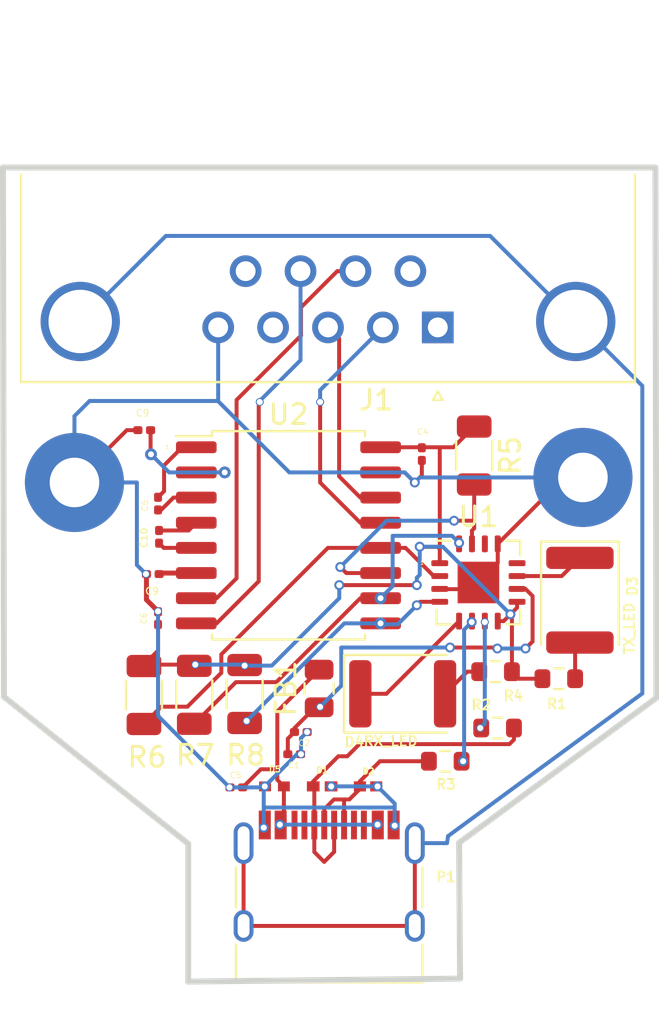
<source format=kicad_pcb>
(kicad_pcb (version 20221018) (generator pcbnew)
  (layers (0 "F.Cu" signal) (31 "B.Cu" signal) (34 "B.Paste" user) (35 "F.Paste" user) (36 "B.SilkS" user "B.Silkscreen") (37 "F.SilkS" user "F.Silkscreen") (38 "B.Mask" user) (39 "F.Mask" user) (44 "Edge.Cuts" user))
  (net 0 "")
  (net 1 "/VCC")
  (net 2 "GND")
  (net 3 "/D-")
  (net 4 "/D+")
  (net 5 "/VCC_USB")
  (net 6 "/3.3V")
  (net 7 "Net-(U2-C1+)")
  (net 8 "Net-(U2-C1-)")
  (net 9 "Net-(U2-VS-)")
  (net 10 "Net-(U2-C2+)")
  (net 11 "Net-(U2-C2-)")
  (net 12 "Net-(U2-VS+)")
  (net 13 "Net-(D3-A)")
  (net 14 "/TX_LED")
  (net 15 "Net-(D4-A)")
  (net 16 "/RX_LED")
  (net 17 "/SHIELD")
  (net 19 "/R1IN")
  (net 20 "/T1OUT")
  (net 23 "/T2OUT")
  (net 24 "/R2IN")
  (net 28 "Net-(U1-USBDM)")
  (net 29 "Net-(U1-USBDP)")
  (net 30 "/TXD")
  (net 31 "/RXD")
  (net 32 "/RTS")
  (net 33 "/CTS")
  (footprint "Resistor_SMD:R_0603_1608Metric" (layer "F.Cu") (at 115.7224 80.01)
    (fp_text reference "R1" (at -0.1016 1.27) (layer "F.SilkS") (effects (font (size 0.5 0.5) (thickness 0.1) bold)))
    (fp_text value "270E" hide)
    (fp_line (start -0.237258 -0.5225) (end 0.237258 -0.5225) (stroke (width 0.12)) (layer "F.SilkS"))
    (fp_line (start -0.237258 0.5225) (end 0.237258 0.5225) (stroke (width 0.12)) (layer "F.SilkS"))
    (pad "1" smd roundrect (at -0.825 0) (size 0.8 0.95) (layers "F.Cu" "F.Paste" "F.Mask") (net 6 "/3.3V"))
    (pad "2" smd roundrect (at 0.825 0) (size 0.8 0.95) (layers "F.Cu" "F.Paste" "F.Mask") (net 13 "Net-(D3-A)"))
  )
  (footprint "Capacitor_SMD:C_0201_0603Metric" (layer "F.Cu") (at 106.114 85.4456)
    (fp_text reference "D2" (at 0 -0.762) (layer "F.SilkS") (effects (font (size 0.3 0.3) (thickness 0.075))))
    (fp_text value "TPD1E05U06DPYR" hide)
    (pad "1" smd rect (at -0.425 0) (size 0.61 0.51) (layers "F.Cu" "F.Mask") (net 4 "/D+"))
    (pad "2" smd rect (at 0.4 0) (size 0.61 0.51) (layers "F.Cu" "F.Mask") (net 2 "GND"))
  )
  (footprint "Resistor_SMD:R_0603_1608Metric" (layer "F.Cu") (at 109.9942 84.1756 180)
    (fp_text reference "R3" (at -0.0386 -1.1684) (layer "F.SilkS") (effects (font (size 0.5 0.5) (thickness 0.1) bold)))
    (fp_text value "27E" hide)
    (fp_line (start -0.237258 -0.5225) (end 0.237258 -0.5225) (stroke (width 0.12)) (layer "F.SilkS"))
    (fp_line (start -0.237258 0.5225) (end 0.237258 0.5225) (stroke (width 0.12)) (layer "F.SilkS"))
    (pad "1" smd roundrect (at -0.825 0 180) (size 0.8 0.95) (layers "F.Cu" "F.Paste" "F.Mask") (net 29 "Net-(U1-USBDP)"))
    (pad "2" smd roundrect (at 0.825 0 180) (size 0.8 0.95) (layers "F.Cu" "F.Paste" "F.Mask") (net 4 "/D+"))
  )
  (footprint "MountingHole:MountingHole_2.5mm_Pad" (layer "F.Cu") (at 116.9416 69.85)
    (fp_text reference "H2" hide)
    (fp_text value "MountingHole_Pad" hide)
    (pad "1" thru_hole circle (at 0 0) (size 5 5) (drill 2.5) (layers "*.Cu" "*.Mask") (net 2 "GND"))
  )
  (footprint "LED_SMD:LED_1812_4532Metric" (layer "F.Cu") (at 107.8484 80.772)
    (fp_text reference "D4" (at -2.4384 2.4384) (layer "F.SilkS") (effects (font (size 0.5 0.5) (thickness 0.1))))
    (fp_text value "RX_LED" (at -0.6096 2.3876) (layer "F.SilkS") (effects (font (size 0.5 0.5) (thickness 0.1) bold)))
    (fp_line (start -2.96 -1.96) (end -2.96 1.96) (stroke (width 0.12)) (layer "F.SilkS"))
    (fp_line (start -2.96 1.96) (end 2.25 1.96) (stroke (width 0.12)) (layer "F.SilkS"))
    (fp_line (start 2.25 -1.96) (end -2.96 -1.96) (stroke (width 0.12)) (layer "F.SilkS"))
    (pad "1" smd roundrect (at -2.1375 0) (size 1.125 3.4) (layers "F.Cu" "F.Paste" "F.Mask") (roundrect_rratio 0.222222) (net 16 "/RX_LED"))
    (pad "2" smd roundrect (at 2.1375 0) (size 1.125 3.4) (layers "F.Cu" "F.Paste" "F.Mask") (roundrect_rratio 0.222222) (net 15 "Net-(D4-A)"))
  )
  (footprint "Capacitor_SMD:C_0201_0603Metric" (layer "F.Cu") (at 95.504 76.9514 90)
    (fp_text reference "C6" (at -0.0106 -0.7112 90) (layer "F.SilkS") (effects (font (size 0.3 0.3) (thickness 0.0375))))
    (fp_text value "0.1uF" hide)
    (pad "1" smd roundrect (at -0.32 0 90) (size 0.46 0.4) (layers "F.Cu" "F.Mask") (net 6 "/3.3V"))
    (pad "2" smd roundrect (at 0.32 0 90) (size 0.46 0.4) (layers "F.Cu" "F.Mask") (net 2 "GND"))
  )
  (footprint "LED_SMD:LED_1812_4532Metric" (layer "F.Cu") (at 116.7892 76.0476 -90)
    (fp_text reference "D3" (at -0.7112 -2.6416 90) (layer "F.SilkS") (effects (font (size 0.5 0.5) (thickness 0.1) bold)))
    (fp_text value "TX_LED" (at 1.4263 -2.4892 90) (layer "F.SilkS") (effects (font (size 0.5 0.5) (thickness 0.1))))
    (fp_line (start -2.96 -1.96) (end -2.96 1.96) (stroke (width 0.12)) (layer "F.SilkS"))
    (fp_line (start -2.96 1.96) (end 2.25 1.96) (stroke (width 0.12)) (layer "F.SilkS"))
    (fp_line (start 2.25 -1.96) (end -2.96 -1.96) (stroke (width 0.12)) (layer "F.SilkS"))
    (pad "1" smd roundrect (at -2.1375 0 270) (size 1.125 3.4) (layers "F.Cu" "F.Paste" "F.Mask") (roundrect_rratio 0.222222) (net 14 "/TX_LED"))
    (pad "2" smd roundrect (at 2.1375 0 270) (size 1.125 3.4) (layers "F.Cu" "F.Paste" "F.Mask") (roundrect_rratio 0.222222) (net 13 "Net-(D3-A)"))
  )
  (footprint "Capacitor_SMD:C_0201_0603Metric" (layer "F.Cu") (at 101.379 85.4456 180)
    (fp_text reference "D5" (at -0.0178 0.8636) (layer "F.SilkS") (effects (font (size 0.3 0.3) (thickness 0.0625))))
    (fp_text value "TPD1E10B06DPYR" hide)
    (pad "1" smd rect (at -0.475 0 180) (size 0.6 0.5) (layers "F.Cu" "F.Mask") (net 5 "/VCC_USB"))
    (pad "2" smd rect (at 0.475 0 270) (size 0.5 0.6) (layers "F.Cu" "F.Mask") (net 2 "GND"))
  )
  (footprint "Resistor_SMD:R_1206_3216Metric" (layer "F.Cu") (at 99.8728 80.7827 -90)
    (fp_text reference "R8" (at 3.0881 -0.0508 -180) (layer "F.SilkS"))
    (fp_text value "10K" hide)
    (fp_line (start -0.727064 -0.91) (end 0.727064 -0.91) (stroke (width 0.12)) (layer "F.SilkS"))
    (fp_line (start -0.727064 0.91) (end 0.727064 0.91) (stroke (width 0.12)) (layer "F.SilkS"))
    (pad "1" smd roundrect (at -1.4625 0 270) (size 1.125 1.75) (layers "F.Cu" "F.Paste" "F.Mask") (roundrect_rratio 0.222222) (net 6 "/3.3V"))
    (pad "2" smd roundrect (at 1.4625 0 270) (size 1.125 1.75) (layers "F.Cu" "F.Paste" "F.Mask") (roundrect_rratio 0.222222) (net 33 "/CTS"))
  )
  (footprint "Capacitor_SMD:C_0201_0603Metric" (layer "F.Cu") (at 99.4558 85.4964 180)
    (fp_text reference "C3" hide)
    (fp_text value "10nF" hide)
    (pad "1" smd roundrect (at -0.32 0 180) (size 0.46 0.4) (layers "F.Cu" "F.Mask") (net 5 "/VCC_USB"))
    (pad "2" smd roundrect (at 0.32 0 180) (size 0.46 0.4) (layers "F.Cu" "F.Mask") (net 2 "GND"))
  )
  (footprint "Resistor_SMD:R_0603_1608Metric" (layer "F.Cu") (at 112.5342 79.6544 180)
    (fp_text reference "R4" (at -0.9022 -1.2192) (layer "F.SilkS") (effects (font (size 0.5 0.5) (thickness 0.1) bold)))
    (fp_text value "270E" hide)
    (fp_line (start -0.237258 -0.5225) (end 0.237258 -0.5225) (stroke (width 0.12)) (layer "F.SilkS"))
    (fp_line (start -0.237258 0.5225) (end 0.237258 0.5225) (stroke (width 0.12)) (layer "F.SilkS"))
    (pad "1" smd roundrect (at -0.825 0 180) (size 0.8 0.95) (layers "F.Cu" "F.Paste" "F.Mask") (net 6 "/3.3V"))
    (pad "2" smd roundrect (at 0.825 0 180) (size 0.8 0.95) (layers "F.Cu" "F.Paste" "F.Mask") (net 15 "Net-(D4-A)"))
  )
  (footprint "Connector_Dsub:DSUB-9_Male_Horizontal_P2.77x2.84mm_EdgePinOffset4.94mm_Housed_MountingHolesOffset7.48mm" (layer "F.Cu") (at 109.6186 62.276 180)
    (fp_text reference "J1" (at 3.1116 -3.6624) (layer "F.SilkS"))
    (fp_text value "DE9_Plug_MountingHoles")
    (fp_line (start -9.945 -2.76) (end 21.025 -2.76) (stroke (width 0.12)) (layer "F.SilkS"))
    (fp_line (start -9.945 7.72) (end -9.945 -2.76) (stroke (width 0.12)) (layer "F.SilkS"))
    (fp_line (start -0.25 -3.654338) (end 0.25 -3.654338) (stroke (width 0.12)) (layer "F.SilkS"))
    (fp_line (start 0 -3.221325) (end -0.25 -3.654338) (stroke (width 0.12)) (layer "F.SilkS"))
    (fp_line (start 0.25 -3.654338) (end 0 -3.221325) (stroke (width 0.12)) (layer "F.SilkS"))
    (fp_line (start 21.025 -2.76) (end 21.025 7.72) (stroke (width 0.12)) (layer "F.SilkS"))
    (pad "0" thru_hole circle (at -6.96 0.3 180) (size 4 4) (drill 3.2) (layers "*.Cu" "*.Mask") (net 17 "/SHIELD"))
    (pad "0" thru_hole circle (at 18.04 0.3 180) (size 4 4) (drill 3.2) (layers "*.Cu" "*.Mask") (net 17 "/SHIELD"))
    (pad "1" thru_hole rect (at 0 0 180) (size 1.6 1.6) (drill 1) (layers "*.Cu" "*.Mask"))
    (pad "2" thru_hole circle (at 2.77 0 180) (size 1.6 1.6) (drill 1) (layers "*.Cu" "*.Mask") (net 19 "/R1IN"))
    (pad "3" thru_hole circle (at 5.54 0 180) (size 1.6 1.6) (drill 1) (layers "*.Cu" "*.Mask") (net 20 "/T1OUT"))
    (pad "4" thru_hole circle (at 8.31 0 180) (size 1.6 1.6) (drill 1) (layers "*.Cu" "*.Mask"))
    (pad "5" thru_hole circle (at 11.08 0 180) (size 1.6 1.6) (drill 1) (layers "*.Cu" "*.Mask") (net 2 "GND"))
    (pad "6" thru_hole circle (at 1.385 2.84 180) (size 1.6 1.6) (drill 1) (layers "*.Cu" "*.Mask"))
    (pad "7" thru_hole circle (at 4.155 2.84 180) (size 1.6 1.6) (drill 1) (layers "*.Cu" "*.Mask") (net 23 "/T2OUT"))
    (pad "8" thru_hole circle (at 6.925 2.84 180) (size 1.6 1.6) (drill 1) (layers "*.Cu" "*.Mask") (net 24 "/R2IN"))
    (pad "9" thru_hole circle (at 9.695 2.84 180) (size 1.6 1.6) (drill 1) (layers "*.Cu" "*.Mask"))
  )
  (footprint "Capacitor_SMD:C_0201_0603Metric" (layer "F.Cu") (at 102.707 82.7024)
    (fp_text reference "C2" (at 0.163 0.5588) (layer "F.SilkS") (effects (font (size 0.3 0.3) (thickness 0.0375))))
    (fp_text value "100nF" hide)
    (pad "1" smd roundrect (at -0.32 0) (size 0.46 0.4) (layers "F.Cu" "F.Mask") (net 1 "/VCC"))
    (pad "2" smd roundrect (at 0.32 0) (size 0.46 0.4) (layers "F.Cu" "F.Mask") (net 2 "GND"))
  )
  (footprint "Capacitor_SMD:C_0201_0603Metric" (layer "F.Cu") (at 108.8136 68.671 -90)
    (fp_text reference "C4" (at -1.1282 -0.0508 -180) (layer "F.SilkS") (effects (font (size 0.3 0.3) (thickness 0.0375))))
    (fp_text value "100nF" hide)
    (pad "1" smd roundrect (at -0.32 0 270) (size 0.46 0.4) (layers "F.Cu" "F.Mask") (net 6 "/3.3V"))
    (pad "2" smd roundrect (at 0.32 0 270) (size 0.46 0.4) (layers "F.Cu" "F.Mask") (net 2 "GND"))
  )
  (footprint "Capacitor_SMD:C_0201_0603Metric" (layer "F.Cu") (at 102.3726 83.82)
    (fp_text reference "C1" (at -0.0106 0.5588) (layer "F.SilkS") (effects (font (size 0.3 0.3) (thickness 0.0375))))
    (fp_text value "100nF" hide)
    (pad "1" smd roundrect (at -0.32 0) (size 0.46 0.4) (layers "F.Cu" "F.Mask") (net 1 "/VCC"))
    (pad "2" smd roundrect (at 0.32 0) (size 0.46 0.4) (layers "F.Cu" "F.Mask") (net 2 "GND"))
  )
  (footprint "Resistor_SMD:R_1206_3216Metric" (layer "F.Cu") (at 94.7928 80.8335 -90)
    (fp_text reference "R6" (at 3.1389 -0.1524 -180) (layer "F.SilkS"))
    (fp_text value "10K" hide)
    (fp_line (start -0.727064 -0.91) (end 0.727064 -0.91) (stroke (width 0.12)) (layer "F.SilkS"))
    (fp_line (start -0.727064 0.91) (end 0.727064 0.91) (stroke (width 0.12)) (layer "F.SilkS"))
    (pad "1" smd roundrect (at -1.4625 0 270) (size 1.125 1.75) (layers "F.Cu" "F.Paste" "F.Mask") (roundrect_rratio 0.222222) (net 6 "/3.3V"))
    (pad "2" smd roundrect (at 1.4625 0 270) (size 1.125 1.75) (layers "F.Cu" "F.Paste" "F.Mask") (roundrect_rratio 0.222222) (net 31 "/RXD"))
  )
  (footprint "Capacitor_SMD:C_0201_0603Metric" (layer "F.Cu") (at 95.5548 72.8472 -90)
    (fp_text reference "C8" hide)
    (fp_text value "0.1uF" hide)
    (pad "1" smd roundrect (at -0.32 0 270) (size 0.46 0.4) (layers "F.Cu" "F.Mask") (net 10 "Net-(U2-C2+)"))
    (pad "2" smd roundrect (at 0.32 0 270) (size 0.46 0.4) (layers "F.Cu" "F.Mask") (net 11 "Net-(U2-C2-)"))
  )
  (footprint "Connector_USB:USB_C_Receptacle_HRO_TYPE-C-31-M-12" (layer "F.Cu") (at 104.14 91.44)
    (fp_text reference "P1" (at 5.8928 -1.4224) (layer "F.SilkS") (effects (font (size 0.5 0.5) (thickness 0.1) bold)))
    (fp_text value "USB_C_Plug_USB2.0")
    (fp_line (start -4.7 -1.9) (end -4.7 0.1) (stroke (width 0.12)) (layer "F.SilkS"))
    (fp_line (start -4.7 2) (end -4.7 3.9) (stroke (width 0.12)) (layer "F.SilkS"))
    (fp_line (start -4.7 3.9) (end 4.7 3.9) (stroke (width 0.12)) (layer "F.SilkS"))
    (fp_line (start 4.7 -1.9) (end 4.7 0.1) (stroke (width 0.12)) (layer "F.SilkS"))
    (fp_line (start 4.7 2) (end 4.7 3.9) (stroke (width 0.12)) (layer "F.SilkS"))
    (pad "" np_thru_hole circle (at -2.89 -2.6) (size 0.65 0.65) (drill 0.65) (layers "*.Cu" "*.Mask"))
    (pad "" np_thru_hole circle (at 2.89 -2.6) (size 0.65 0.65) (drill 0.65) (layers "*.Cu" "*.Mask"))
    (pad "A1" smd rect (at -3.25 -4.045) (size 0.6 1.45) (layers "F.Cu" "F.Paste" "F.Mask") (net 2 "GND"))
    (pad "A4" smd rect (at -2.45 -4.045) (size 0.6 1.45) (layers "F.Cu" "F.Paste" "F.Mask") (net 5 "/VCC_USB"))
    (pad "A5" smd rect (at -1.25 -4.045) (size 0.3 1.45) (layers "F.Cu" "F.Paste" "F.Mask"))
    (pad "A6" smd rect (at -0.25 -4.045) (size 0.3 1.45) (layers "F.Cu" "F.Paste" "F.Mask") (net 4 "/D+"))
    (pad "A7" smd rect (at 0.25 -4.045) (size 0.3 1.45) (layers "F.Cu" "F.Paste" "F.Mask") (net 3 "/D-"))
    (pad "A8" smd rect (at 1.25 -4.045) (size 0.3 1.45) (layers "F.Cu" "F.Paste" "F.Mask"))
    (pad "A9" smd rect (at 2.45 -4.045) (size 0.6 1.45) (layers "F.Cu" "F.Paste" "F.Mask") (net 5 "/VCC_USB"))
    (pad "A12" smd rect (at 3.25 -4.045) (size 0.6 1.45) (layers "F.Cu" "F.Paste" "F.Mask") (net 2 "GND"))
    (pad "B1" smd rect (at 3.25 -4.045) (size 0.6 1.45) (layers "F.Cu" "F.Paste" "F.Mask") (net 2 "GND"))
    (pad "B4" smd rect (at 2.45 -4.045) (size 0.6 1.45) (layers "F.Cu" "F.Paste" "F.Mask") (net 5 "/VCC_USB"))
    (pad "B5" smd rect (at 1.75 -4.045) (size 0.3 1.45) (layers "F.Cu" "F.Paste" "F.Mask"))
    (pad "B6" smd rect (at 0.75 -4.045) (size 0.3 1.45) (layers "F.Cu" "F.Paste" "F.Mask") (net 4 "/D+"))
    (pad "B7" smd rect (at -0.75 -4.045) (size 0.3 1.45) (layers "F.Cu" "F.Paste" "F.Mask") (net 3 "/D-"))
    (pad "B8" smd rect (at -1.75 -4.045) (size 0.3 1.45) (layers "F.Cu" "F.Paste" "F.Mask"))
    (pad "B9" smd rect (at -2.45 -4.045) (size 0.6 1.45) (layers "F.Cu" "F.Paste" "F.Mask") (net 5 "/VCC_USB"))
    (pad "B12" smd rect (at -3.25 -4.045) (size 0.6 1.45) (layers "F.Cu" "F.Paste" "F.Mask") (net 2 "GND"))
    (pad "S1" thru_hole oval (at -4.32 -3.13) (size 1 2.1) (drill oval 0.6 1.7) (layers "*.Cu" "*.Mask") (net 17 "/SHIELD"))
    (pad "S1" thru_hole oval (at -4.32 1.05) (size 1 1.6) (drill oval 0.6 1.2) (layers "*.Cu" "*.Mask") (net 17 "/SHIELD"))
    (pad "S1" thru_hole oval (at 4.32 -3.13) (size 1 2.1) (drill oval 0.6 1.7) (layers "*.Cu" "*.Mask") (net 17 "/SHIELD"))
    (pad "S1" thru_hole oval (at 4.32 1.05) (size 1 1.6) (drill oval 0.6 1.2) (layers "*.Cu" "*.Mask") (net 17 "/SHIELD"))
  )
  (footprint "Capacitor_SMD:C_0201_0603Metric" (layer "F.Cu") (at 103.7844 85.1456)
    (fp_text reference "D1" (at 0 -0.5128) (layer "F.SilkS") (effects (font (size 0.3 0.3) (thickness 0.075))))
    (fp_text value "TPD1E05U06DPYR" hide)
    (pad "1" smd rect (at -0.45 0.3) (size 0.64 0.51) (layers "F.Cu" "F.Mask") (net 3 "/D-"))
    (pad "2" smd rect (at 0.45 0.3) (size 0.64 0.51) (layers "F.Cu" "F.Mask") (net 2 "GND"))
  )
  (footprint "Capacitor_SMD:C_0201_0603Metric" (layer "F.Cu") (at 95.504 71.1708 -90)
    (fp_text reference "C5" (at 0.1016 0.6604 90) (layer "F.SilkS") (effects (font (size 0.3 0.3) (thickness 0.0375))))
    (fp_text value "0.1uF" hide)
    (pad "1" smd roundrect (at -0.32 0 270) (size 0.46 0.4) (layers "F.Cu" "F.Mask") (net 7 "Net-(U2-C1+)"))
    (pad "2" smd roundrect (at 0.32 0 270) (size 0.46 0.4) (layers "F.Cu" "F.Mask") (net 8 "Net-(U2-C1-)"))
  )
  (footprint "Capacitor_SMD:C_0201_0603Metric" (layer "F.Cu") (at 94.808 67.4624 180)
    (fp_text reference "C9" (at 0.0864 0.8636) (layer "F.SilkS") (effects (font (size 0.35 0.35) (thickness 0.04375))))
    (fp_text value "0.1uF" hide)
    (pad "1" smd roundrect (at -0.32 0 180) (size 0.46 0.4) (layers "F.Cu" "F.Mask") (net 12 "Net-(U2-VS+)"))
    (pad "2" smd roundrect (at 0.32 0 180) (size 0.46 0.4) (layers "F.Cu" "F.Mask") (net 2 "GND"))
  )
  (footprint "Resistor_SMD:R_1206_3216Metric" (layer "F.Cu") (at 111.4552 68.7431 -90)
    (fp_text reference "R5" (at 0 -1.82 90) (layer "F.SilkS"))
    (fp_text value "10K" hide)
    (fp_line (start -0.727064 -0.91) (end 0.727064 -0.91) (stroke (width 0.12)) (layer "F.SilkS"))
    (fp_line (start -0.727064 0.91) (end 0.727064 0.91) (stroke (width 0.12)) (layer "F.SilkS"))
    (pad "1" smd roundrect (at -1.4625 0 270) (size 1.125 1.75) (layers "F.Cu" "F.Paste" "F.Mask") (roundrect_rratio 0.222222) (net 6 "/3.3V"))
    (pad "2" smd roundrect (at 1.4625 0 270) (size 1.125 1.75) (layers "F.Cu" "F.Paste" "F.Mask") (roundrect_rratio 0.222222) (net 30 "/TXD"))
  )
  (footprint "Capacitor_SMD:C_0201_0603Metric" (layer "F.Cu") (at 95.2394 74.7268)
    (fp_text reference "C7" hide)
    (fp_text value "0.1uF" hide)
    (pad "1" smd roundrect (at -0.32 0) (size 0.46 0.4) (layers "F.Cu" "F.Mask") (net 2 "GND"))
    (pad "2" smd roundrect (at 0.32 0) (size 0.46 0.4) (layers "F.Cu" "F.Mask") (net 9 "Net-(U2-VS-)"))
  )
  (footprint "MountingHole:MountingHole_2.5mm_Pad" (layer "F.Cu") (at 91.2876 70.104)
    (fp_text reference "H1" hide)
    (fp_text value "MountingHole_Pad" hide)
    (pad "1" thru_hole circle (at 0 0) (size 5 5) (drill 2.5) (layers "*.Cu" "*.Mask") (net 2 "GND"))
  )
  (footprint "Capacitor_SMD:C_0805_2012Metric" (layer "F.Cu") (at 103.632 80.5028 90)
    (fp_text reference "FB1" (at 0 -1.68 90) (layer "F.SilkS"))
    (fp_text value "FerriteBead" hide)
    (fp_line (start -0.261252 -0.735) (end 0.261252 -0.735) (stroke (width 0.12)) (layer "F.SilkS"))
    (fp_line (start -0.261252 0.735) (end 0.261252 0.735) (stroke (width 0.12)) (layer "F.SilkS"))
    (pad "1" smd roundrect (at -0.95 0 90) (size 1 1.45) (layers "F.Cu" "F.Paste" "F.Mask") (net 1 "/VCC"))
    (pad "2" smd roundrect (at 0.95 0 90) (size 1 1.45) (layers "F.Cu" "F.Paste" "F.Mask") (net 5 "/VCC_USB"))
  )
  (footprint "Resistor_SMD:R_1206_3216Metric" (layer "F.Cu") (at 97.3328 80.8228 -90)
    (fp_text reference "R7" (at 3.048 -0.0508 -180) (layer "F.SilkS"))
    (fp_text value "10K" hide)
    (fp_line (start -0.727064 -0.91) (end 0.727064 -0.91) (stroke (width 0.12)) (layer "F.SilkS"))
    (fp_line (start -0.727064 0.91) (end 0.727064 0.91) (stroke (width 0.12)) (layer "F.SilkS"))
    (pad "1" smd roundrect (at -1.4625 0 270) (size 1.125 1.75) (layers "F.Cu" "F.Paste" "F.Mask") (roundrect_rratio 0.222222) (net 6 "/3.3V"))
    (pad "2" smd roundrect (at 1.4625 0 270) (size 1.125 1.75) (layers "F.Cu" "F.Paste" "F.Mask") (roundrect_rratio 0.222222) (net 32 "/RTS"))
  )
  (footprint "Package_SO:SOIC-16W_7.5x10.3mm_P1.27mm" (layer "F.Cu") (at 102.0844 72.771)
    (fp_text reference "U2" (at 0 -6.1) (layer "F.SilkS"))
    (fp_text value "MAX3232" hide)
    (fp_line (start -3.86 -5.26) (end -3.86 -5.005) (stroke (width 0.12)) (layer "F.SilkS"))
    (fp_line (start -3.86 -5.005) (end -5.675 -5.005) (stroke (width 0.12)) (layer "F.SilkS"))
    (fp_line (start -3.86 5.26) (end -3.86 5.005) (stroke (width 0.12)) (layer "F.SilkS"))
    (fp_line (start 0 -5.26) (end -3.86 -5.26) (stroke (width 0.12)) (layer "F.SilkS"))
    (fp_line (start 0 -5.26) (end 3.86 -5.26) (stroke (width 0.12)) (layer "F.SilkS"))
    (fp_line (start 0 5.26) (end -3.86 5.26) (stroke (width 0.12)) (layer "F.SilkS"))
    (fp_line (start 0 5.26) (end 3.86 5.26) (stroke (width 0.12)) (layer "F.SilkS"))
    (fp_line (start 3.86 -5.26) (end 3.86 -5.005) (stroke (width 0.12)) (layer "F.SilkS"))
    (fp_line (start 3.86 5.26) (end 3.86 5.005) (stroke (width 0.12)) (layer "F.SilkS"))
    (pad "1" smd roundrect (at -4.65 -4.445) (size 2.05 0.6) (layers "F.Cu" "F.Paste" "F.Mask") (net 7 "Net-(U2-C1+)"))
    (pad "2" smd roundrect (at -4.65 -3.175) (size 2.05 0.6) (layers "F.Cu" "F.Paste" "F.Mask") (net 12 "Net-(U2-VS+)"))
    (pad "3" smd roundrect (at -4.65 -1.905) (size 2.05 0.6) (layers "F.Cu" "F.Paste" "F.Mask") (net 8 "Net-(U2-C1-)"))
    (pad "4" smd roundrect (at -4.65 -0.635) (size 2.05 0.6) (layers "F.Cu" "F.Paste" "F.Mask") (net 10 "Net-(U2-C2+)"))
    (pad "5" smd roundrect (at -4.65 0.635) (size 2.05 0.6) (layers "F.Cu" "F.Paste" "F.Mask") (net 11 "Net-(U2-C2-)"))
    (pad "6" smd roundrect (at -4.65 1.905) (size 2.05 0.6) (layers "F.Cu" "F.Paste" "F.Mask") (net 9 "Net-(U2-VS-)"))
    (pad "7" smd roundrect (at -4.65 3.175) (size 2.05 0.6) (layers "F.Cu" "F.Paste" "F.Mask") (net 23 "/T2OUT"))
    (pad "8" smd roundrect (at -4.65 4.445) (size 2.05 0.6) (layers "F.Cu" "F.Paste" "F.Mask") (net 24 "/R2IN"))
    (pad "9" smd roundrect (at 4.65 4.445) (size 2.05 0.6) (layers "F.Cu" "F.Paste" "F.Mask") (net 33 "/CTS"))
    (pad "10" smd roundrect (at 4.65 3.175) (size 2.05 0.6) (layers "F.Cu" "F.Paste" "F.Mask") (net 32 "/RTS"))
    (pad "11" smd roundrect (at 4.65 1.905) (size 2.05 0.6) (layers "F.Cu" "F.Paste" "F.Mask") (net 30 "/TXD"))
    (pad "12" smd roundrect (at 4.65 0.635) (size 2.05 0.6) (layers "F.Cu" "F.Paste" "F.Mask") (net 31 "/RXD"))
    (pad "13" smd roundrect (at 4.65 -0.635) (size 2.05 0.6) (layers "F.Cu" "F.Paste" "F.Mask") (net 19 "/R1IN"))
    (pad "14" smd roundrect (at 4.65 -1.905) (size 2.05 0.6) (layers "F.Cu" "F.Paste" "F.Mask") (net 20 "/T1OUT"))
    (pad "15" smd roundrect (at 4.65 -3.175) (size 2.05 0.6) (layers "F.Cu" "F.Paste" "F.Mask") (net 2 "GND"))
    (pad "16" smd roundrect (at 4.65 -4.445) (size 2.05 0.6) (layers "F.Cu" "F.Paste" "F.Mask") (net 6 "/3.3V"))
  )
  (footprint "Package_DFN_QFN:QFN-16-1EP_4x4mm_P0.65mm_EP2.1x2.1mm" (layer "F.Cu") (at 111.6682 75.1528)
    (fp_text reference "U1" (at 0 -3.32) (layer "F.SilkS"))
    (fp_text value "FT230XQ" hide)
    (fp_line (start -2.11 2.11) (end -2.11 1.385) (stroke (width 0.12)) (layer "F.SilkS"))
    (fp_line (start -1.385 -2.11) (end -2.11 -2.11) (stroke (width 0.12)) (layer "F.SilkS"))
    (fp_line (start -1.385 2.11) (end -2.11 2.11) (stroke (width 0.12)) (layer "F.SilkS"))
    (fp_line (start 1.385 -2.11) (end 2.11 -2.11) (stroke (width 0.12)) (layer "F.SilkS"))
    (fp_line (start 1.385 2.11) (end 2.11 2.11) (stroke (width 0.12)) (layer "F.SilkS"))
    (fp_line (start 2.11 -2.11) (end 2.11 -1.385) (stroke (width 0.12)) (layer "F.SilkS"))
    (fp_line (start 2.11 2.11) (end 2.11 1.385) (stroke (width 0.12)) (layer "F.SilkS"))
    (pad "1" smd roundrect (at -1.95 -0.975) (size 0.85 0.3) (layers "F.Cu" "F.Paste" "F.Mask") (net 6 "/3.3V"))
    (pad "2" smd roundrect (at -1.95 -0.325) (size 0.85 0.3) (layers "F.Cu" "F.Paste" "F.Mask") (net 31 "/RXD"))
    (pad "3" smd roundrect (at -1.95 0.325) (size 0.85 0.3) (layers "F.Cu" "F.Paste" "F.Mask") (net 2 "GND"))
    (pad "4" smd roundrect (at -1.95 0.975) (size 0.85 0.3) (layers "F.Cu" "F.Paste" "F.Mask") (net 33 "/CTS"))
    (pad "5" smd roundrect (at -0.975 1.95) (size 0.3 0.85) (layers "F.Cu" "F.Paste" "F.Mask") (net 16 "/RX_LED"))
    (pad "6" smd roundrect (at -0.325 1.95) (size 0.3 0.85) (layers "F.Cu" "F.Paste" "F.Mask") (net 29 "Net-(U1-USBDP)"))
    (pad "7" smd roundrect (at 0.325 1.95) (size 0.3 0.85) (layers "F.Cu" "F.Paste" "F.Mask") (net 28 "Net-(U1-USBDM)"))
    (pad "8" smd roundrect (at 0.975 1.95) (size 0.3 0.85) (layers "F.Cu" "F.Paste" "F.Mask") (net 6 "/3.3V"))
    (pad "9" smd roundrect (at 1.95 0.975) (size 0.85 0.3) (layers "F.Cu" "F.Paste" "F.Mask") (net 6 "/3.3V"))
    (pad "10" smd roundrect (at 1.95 0.325) (size 0.85 0.3) (layers "F.Cu" "F.Paste" "F.Mask") (net 1 "/VCC"))
    (pad "11" smd roundrect (at 1.95 -0.325) (size 0.85 0.3) (layers "F.Cu" "F.Paste" "F.Mask") (net 14 "/TX_LED"))
    (pad "12" smd roundrect (at 1.95 -0.975) (size 0.85 0.3) (layers "F.Cu" "F.Paste" "F.Mask"))
    (pad "13" smd roundrect (at 0.975 -1.95) (size 0.3 0.85) (layers "F.Cu" "F.Paste" "F.Mask") (net 2 "GND"))
    (pad "14" smd roundrect (at 0.325 -1.95) (size 0.3 0.85) (layers "F.Cu" "F.Paste" "F.Mask"))
    (pad "15" smd roundrect (at -0.325 -1.95) (size 0.3 0.85) (layers "F.Cu" "F.Paste" "F.Mask") (net 30 "/TXD"))
    (pad "16" smd roundrect (at -0.975 -1.95) (size 0.3 0.85) (layers "F.Cu" "F.Paste" "F.Mask") (net 32 "/RTS"))
    (pad "17" smd rect (at 0 0) (size 2.1 2.1) (layers "F.Cu" "F.Mask") (net 2 "GND"))
  )
  (footprint "Resistor_SMD:R_0603_1608Metric" (layer "F.Cu") (at 112.6358 82.4992)
    (fp_text reference "R2" (at -0.825 -1.1684) (layer "F.SilkS") (effects (font (size 0.5 0.5) (thickness 0.1) bold)))
    (fp_text value "27E" hide)
    (fp_line (start -0.237258 -0.5225) (end 0.237258 -0.5225) (stroke (width 0.12)) (layer "F.SilkS"))
    (fp_line (start -0.237258 0.5225) (end 0.237258 0.5225) (stroke (width 0.12)) (layer "F.SilkS"))
    (pad "1" smd roundrect (at -0.825 0) (size 0.8 0.95) (layers "F.Cu" "F.Paste" "F.Mask") (net 28 "Net-(U1-USBDM)"))
    (pad "2" smd roundrect (at 0.825 0) (size 0.8 0.95) (layers "F.Cu" "F.Paste" "F.Mask") (net 3 "/D-"))
  )
  (gr_line (start 97.028 95.3008) (end 110.744 95.1484) (stroke (width 0.3)) (layer "Edge.Cuts"))
  (gr_line (start 120.5992 54.2036) (end 87.6808 54.2036) (stroke (width 0.3)) (layer "Edge.Cuts"))
  (gr_line (start 120.65 80.9752) (end 110.6932 88.2904) (stroke (width 0.3)) (layer "Edge.Cuts"))
  (gr_line (start 87.6808 54.2036) (end 87.7316 80.9244) (stroke (width 0.3)) (layer "Edge.Cuts"))
  (gr_line (start 87.7316 80.9244) (end 97.028 88.3412) (stroke (width 0.3)) (layer "Edge.Cuts"))
  (gr_line (start 120.65 80.9752) (end 120.5992 54.2036) (stroke (width 0.3)) (layer "Edge.Cuts"))
  (gr_line (start 97.028 88.3412) (end 97.028 95.3008) (stroke (width 0.3)) (layer "Edge.Cuts"))
  (gr_line (start 110.6932 88.2904) (end 110.744 95.1484) (stroke (width 0.3)) (layer "Edge.Cuts"))
  (gr_text "C9" (at 95.1992 75.5904) (layer "F.SilkS") (effects (font (size 0.35 0.35) (thickness 0.0625))))
  (gr_text "C5" (at 99.4156 84.8868) (layer "F.SilkS") (effects (font (size 0.3 0.3) (thickness 0.0375))))
  (gr_text "C10" (at 94.7928 72.898 90) (layer "F.SilkS") (effects (font (size 0.35 0.35) (thickness 0.0625))))
  (gr_text "1" (at 108.712 74.2696) (layer "F.SilkS") (effects (font (size 0.2 0.2) (thickness 0.03)) (justify left bottom)))
  (gr_text "1" (at 95.8596 68.4276) (layer "F.SilkS") (effects (font (size 0.2 0.2) (thickness 0.03)) (justify left bottom)))
  (segment (start 102.0526 83.0368) (end 102.0526 83.82) (width 0.2) (layer "F.Cu") (net 1))
  (segment (start 112.5728 78.4352) (end 112.6236 78.486) (width 0.2) (layer "F.Cu") (net 1))
  (segment (start 110.236 78.4352) (end 112.5728 78.4352) (width 0.2) (layer "F.Cu") (net 1))
  (segment (start 102.387 82.7024) (end 102.0526 83.0368) (width 0.2) (layer "F.Cu") (net 1))
  (segment (start 102.387 82.7024) (end 102.387 82.5024) (width 0.2) (layer "F.Cu") (net 1))
  (segment (start 102.387 82.5024) (end 103.4366 81.4528) (width 0.2) (layer "F.Cu") (net 1))
  (segment (start 114.4016 75.8362) (end 114.4016 78.1304) (width 0.2) (layer "F.Cu") (net 1))
  (segment (start 103.4366 81.4528) (end 103.632 81.4528) (width 0.2) (layer "F.Cu") (net 1))
  (segment (start 114.0432 75.4778) (end 114.4016 75.8362) (width 0.2) (layer "F.Cu") (net 1))
  (segment (start 114.4016 78.1304) (end 114.046 78.486) (width 0.2) (layer "F.Cu") (net 1))
  (segment (start 113.6182 75.4778) (end 114.0432 75.4778) (width 0.2) (layer "F.Cu") (net 1))
  (via (at 112.6236 78.486) (size 0.5) (drill 0.3) (layers "F.Cu" "B.Cu") (net 1))
  (via (at 110.236 78.4352) (size 0.5) (drill 0.3) (layers "F.Cu" "B.Cu") (net 1))
  (via (at 103.6828 81.4324) (size 0.4) (drill 0.3) (layers "F.Cu" "B.Cu") (net 1))
  (via (at 114.046 78.486) (size 0.5) (drill 0.3) (layers "F.Cu" "B.Cu") (net 1))
  (segment (start 104.7496 78.4352) (end 110.2868 78.4352) (width 0.2) (layer "B.Cu") (net 1))
  (segment (start 103.6828 81.4324) (end 104.7496 80.3656) (width 0.2) (layer "B.Cu") (net 1))
  (segment (start 114.046 78.486) (end 112.5728 78.486) (width 0.2) (layer "B.Cu") (net 1))
  (segment (start 104.7496 80.3656) (end 104.7496 78.4352) (width 0.2) (layer "B.Cu") (net 1))
  (segment (start 94.488 67.4624) (end 93.9292 67.4624) (width 0.2) (layer "F.Cu") (net 2))
  (segment (start 112.6432 74.1778) (end 111.6682 75.1528) (width 0.2) (layer "F.Cu") (net 2))
  (segment (start 112.6432 73.2028) (end 112.6432 74.1778) (width 0.2) (layer "F.Cu") (net 2))
  (segment (start 111.6682 75.1528) (end 111.3322 75.4888) (width 0.2) (layer "F.Cu") (net 2))
  (segment (start 106.7344 69.596) (end 107.95 69.596) (width 0.2) (layer "F.Cu") (net 2))
  (segment (start 111.3322 75.4888) (end 109.728 75.4888) (width 0.2) (layer "F.Cu") (net 2))
  (segment (start 108.8136 68.991) (end 108.8136 69.7484) (width 0.2) (layer "F.Cu") (net 2))
  (segment (start 107.95 69.596) (end 108.458 70.104) (width 0.2) (layer "F.Cu") (net 2))
  (segment (start 94.9194 74.7268) (end 94.9194 76.0218) (width 0.25) (layer "F.Cu") (net 2))
  (segment (start 115.996 69.85) (end 116.9416 69.85) (width 0.2) (layer "F.Cu") (net 2))
  (segment (start 112.6432 73.2028) (end 115.996 69.85) (width 0.2) (layer "F.Cu") (net 2))
  (segment (start 94.9194 76.0218) (end 95.504 76.6064) (width 0.25) (layer "F.Cu") (net 2))
  (segment (start 93.9292 67.4624) (end 91.2876 70.104) (width 0.2) (layer "F.Cu") (net 2))
  (segment (start 108.8136 69.7484) (end 108.458 70.104) (width 0.2) (layer "F.Cu") (net 2))
  (via (at 103.0224 82.7024) (size 0.4) (drill 0.3) (layers "F.Cu" "B.Cu") (net 2))
  (via (at 100.838 87.5284) (size 0.5) (drill 0.3) (layers "F.Cu" "B.Cu") (net 2))
  (via (at 99.1108 85.4964) (size 0.4) (drill 0.3) (layers "F.Cu" "B.Cu") (net 2))
  (via (at 107.442 87.4268) (size 0.5) (drill 0.3) (layers "F.Cu" "B.Cu") (net 2))
  (via (at 102.7176 83.82) (size 0.4) (drill 0.3) (layers "F.Cu" "B.Cu") (net 2))
  (via (at 94.8944 74.7268) (size 0.4) (drill 0.3) (layers "F.Cu" "B.Cu") (net 2))
  (via (at 106.5784 85.4456) (size 0.5) (drill 0.3) (layers "F.Cu" "B.Cu") (net 2))
  (via (at 100.8888 85.4456) (size 0.5) (drill 0.3) (layers "F.Cu" "B.Cu") (net 2))
  (via (at 95.504 76.6064) (size 0.4) (drill 0.3) (layers "F.Cu" "B.Cu") (net 2))
  (via (at 108.458 70.104) (size 0.5) (drill 0.3) (layers "F.Cu" "B.Cu") (net 2))
  (via (at 104.2416 85.4456) (size 0.5) (drill 0.3) (layers "F.Cu" "B.Cu") (net 2))
  (segment (start 107.442 87.4268) (end 107.442 86.5124) (width 0.2) (layer "B.Cu") (net 2))
  (segment (start 98.5252 65.9892) (end 98.5386 66.0026) (width 0.2) (layer "B.Cu") (net 2))
  (segment (start 102.7176 83.82) (end 102.7176 83.0072) (width 0.2) (layer "B.Cu") (net 2))
  (segment (start 98.5386 66.0026) (end 98.5386 62.276) (width 0.2) (layer "B.Cu") (net 2))
  (segment (start 107.442 86.3092) (end 106.5784 85.4456) (width 0.2) (layer "B.Cu") (net 2))
  (segment (start 108.458 70.104) (end 108.712 69.85) (width 0.2) (layer "B.Cu") (net 2))
  (segment (start 102.5144 83.82) (end 102.7176 83.82) (width 0.2) (layer "B.Cu") (net 2))
  (segment (start 99.1108 85.4964) (end 95.504 81.8896) (width 0.2) (layer "B.Cu") (net 2))
  (segment (start 107.95 69.596) (end 102.132 69.596) (width 0.2) (layer "B.Cu") (net 2))
  (segment (start 100.838 86.5124) (end 100.838 87.5284) (width 0.2) (layer "B.Cu") (net 2))
  (segment (start 108.458 70.104) (end 107.95 69.596) (width 0.2) (layer "B.Cu") (net 2))
  (segment (start 108.712 69.85) (end 116.9416 69.85) (width 0.2) (layer "B.Cu") (net 2))
  (segment (start 107.442 86.5124) (end 107.442 86.3092) (width 0.2) (layer "B.Cu") (net 2))
  (segment (start 92.0496 65.9892) (end 98.5252 65.9892) (width 0.2) (layer "B.Cu") (net 2))
  (segment (start 100.838 86.5124) (end 107.442 86.5124) (width 0.2) (layer "B.Cu") (net 2))
  (segment (start 95.504 81.8896) (end 95.504 76.6064) (width 0.2) (layer "B.Cu") (net 2))
  (segment (start 94.4372 70.104) (end 94.4372 74.2696) (width 0.2) (layer "B.Cu") (net 2))
  (segment (start 104.2416 85.4456) (end 106.5784 85.4456) (width 0.2) (layer "B.Cu") (net 2))
  (segment (start 91.2876 70.104) (end 91.2876 66.7512) (width 0.2) (layer "B.Cu") (net 2))
  (segment (start 100.8888 85.4456) (end 102.5144 83.82) (width 0.2) (layer "B.Cu") (net 2))
  (segment (start 100.838 85.4964) (end 100.8888 85.4456) (width 0.2) (layer "B.Cu") (net 2))
  (segment (start 100.838 85.4964) (end 100.838 86.5124) (width 0.2) (layer "B.Cu") (net 2))
  (segment (start 102.7176 83.0072) (end 103.0732 82.6516) (width 0.2) (layer "B.Cu") (net 2))
  (segment (start 99.1108 85.4964) (end 100.838 85.4964) (width 0.2) (layer "B.Cu") (net 2))
  (segment (start 91.2876 66.7512) (end 92.0496 65.9892) (width 0.2) (layer "B.Cu") (net 2))
  (segment (start 94.4372 70.104) (end 91.2876 70.104) (width 0.2) (layer "B.Cu") (net 2))
  (segment (start 94.4372 74.2696) (end 94.8944 74.7268) (width 0.2) (layer "B.Cu") (net 2))
  (segment (start 102.132 69.596) (end 98.5386 66.0026) (width 0.2) (layer "B.Cu") (net 2))
  (segment (start 104.5988 83.9262) (end 104.8512 83.9262) (width 0.2) (layer "F.Cu") (net 3))
  (segment (start 103.39 88.7596) (end 103.39 87.395) (width 0.2) (layer "F.Cu") (net 3))
  (segment (start 103.3344 85.4456) (end 103.3344 85.1906) (width 0.2) (layer "F.Cu") (net 3))
  (segment (start 113.4608 83.0844) (end 113.2332 83.312) (width 0.2) (layer "F.Cu") (net 3))
  (segment (start 113.4608 82.4992) (end 113.4608 83.0844) (width 0.2) (layer "F.Cu") (net 3))
  (segment (start 104.39 87.395) (end 104.39 88.7516) (width 0.2) (layer "F.Cu") (net 3))
  (segment (start 113.2332 83.312) (end 105.6654 83.312) (width 0.2) (layer "F.Cu") (net 3))
  (segment (start 105.0512 83.9262) (end 104.8512 83.9262) (width 0.2) (layer "F.Cu") (net 3))
  (segment (start 103.3344 85.1906) (end 104.5988 83.9262) (width 0.2) (layer "F.Cu") (net 3))
  (segment (start 105.6654 83.312) (end 105.0512 83.9262) (width 0.2) (layer "F.Cu") (net 3))
  (segment (start 103.39 87.395) (end 103.39 85.5012) (width 0.2) (layer "F.Cu") (net 3))
  (segment (start 104.39 88.7516) (end 103.886 89.2556) (width 0.2) (layer "F.Cu") (net 3))
  (segment (start 103.39 85.5012) (end 103.3344 85.4456) (width 0.2) (layer "F.Cu") (net 3))
  (segment (start 103.886 89.2556) (end 103.39 88.7596) (width 0.2) (layer "F.Cu") (net 3))
  (segment (start 105.689 85.1906) (end 105.689 85.4456) (width 0.2) (layer "F.Cu") (net 4))
  (segment (start 109.1692 84.1756) (end 106.704 84.1756) (width 0.2) (layer "F.Cu") (net 4))
  (segment (start 105.689 85.4456) (end 105.689 85.573) (width 0.2) (layer "F.Cu") (net 4))
  (segment (start 103.89 86.595736) (end 103.89 87.395) (width 0.2) (layer "F.Cu") (net 4))
  (segment (start 105.156 86.106) (end 104.902 86.106) (width 0.2) (layer "F.Cu") (net 4))
  (segment (start 104.902 86.106) (end 104.379736 86.106) (width 0.2) (layer "F.Cu") (net 4))
  (segment (start 105.689 85.573) (end 105.156 86.106) (width 0.2) (layer "F.Cu") (net 4))
  (segment (start 106.704 84.1756) (end 105.689 85.1906) (width 0.2) (layer "F.Cu") (net 4))
  (segment (start 104.379736 86.106) (end 103.89 86.595736) (width 0.2) (layer "F.Cu") (net 4))
  (segment (start 104.89 86.118) (end 104.89 87.395) (width 0.2) (layer "F.Cu") (net 4))
  (segment (start 104.902 86.106) (end 104.89 86.118) (width 0.2) (layer "F.Cu") (net 4))
  (segment (start 101.854 85.4456) (end 101.854 87.1728) (width 0.2) (layer "F.Cu") (net 5))
  (segment (start 101.5226 84.582) (end 100.6902 84.582) (width 0.2) (layer "F.Cu") (net 5))
  (segment (start 101.854 87.1728) (end 101.6508 87.376) (width 0.2) (layer "F.Cu") (net 5))
  (segment (start 101.5226 84.582) (end 101.5226 85.1142) (width 0.2) (layer "F.Cu") (net 5))
  (segment (start 101.5226 81.6622) (end 101.5226 84.582) (width 0.2) (layer "F.Cu") (net 5))
  (segment (start 103.632 79.5528) (end 101.5226 81.6622) (width 0.2) (layer "F.Cu") (net 5))
  (segment (start 100.6902 84.582) (end 99.7758 85.4964) (width 0.2) (layer "F.Cu") (net 5))
  (segment (start 101.5226 85.1142) (end 101.854 85.4456) (width 0.2) (layer "F.Cu") (net 5))
  (via (at 101.6508 87.376) (size 0.5) (drill 0.3) (layers "F.Cu" "B.Cu") (net 5))
  (via (at 106.5784 87.376) (size 0.5) (drill 0.3) (layers "F.Cu" "B.Cu") (net 5))
  (segment (start 101.6508 87.376) (end 106.5784 87.376) (width 0.2) (layer "B.Cu") (net 5))
  (segment (start 108.70741 73.3459) (end 108.71671 73.3552) (width 0.2) (layer "F.Cu") (net 6))
  (segment (start 113.284 76.7588) (end 113.6182 76.4246) (width 0.2) (layer "F.Cu") (net 6))
  (segment (start 113.284 76.7588) (end 112.94 77.1028) (width 0.2) (layer "F.Cu") (net 6))
  (segment (start 109.7182 73.4568) (end 109.7182 68.3358) (width 0.2) (layer "F.Cu") (net 6))
  (segment (start 113.6182 76.4246) (end 113.6182 76.1278) (width 0.2) (layer "F.Cu") (net 6))
  (segment (start 97.3836 79.2988) (end 94.7928 79.2988) (width 0.2) (layer "F.Cu") (net 6))
  (segment (start 113.7148 80.01) (end 113.3592 79.6544) (width 0.2) (layer "F.Cu") (net 6))
  (segment (start 113.284 76.7588) (end 113.3592 76.834) (width 0.2) (layer "F.Cu") (net 6))
  (segment (start 114.8974 80.01) (end 113.7148 80.01) (width 0.2) (layer "F.Cu") (net 6))
  (segment (start 113.3592 76.834) (end 113.3592 79.6544) (width 0.2) (layer "F.Cu") (net 6))
  (segment (start 112.94 77.1028) (end 112.6432 77.1028) (width 0.2) (layer "F.Cu") (net 6))
  (segment (start 95.504 77.2714) (end 95.504 78.5876) (width 0.2) (layer "F.Cu") (net 6))
  (segment (start 109.7182 68.3358) (end 109.728 68.326) (width 0.2) (layer "F.Cu") (net 6))
  (segment (start 106.7219 68.326) (end 110.3973 68.326) (width 0.2) (layer "F.Cu") (net 6))
  (segment (start 108.5596 75.2856) (end 104.648 75.2856) (width 0.2) (layer "F.Cu") (net 6))
  (segment (start 109.6166 73.3552) (end 109.7182 73.4568) (width 0.2) (layer "F.Cu") (net 6))
  (segment (start 109.7182 73.4568) (end 109.7182 74.1778) (width 0.2) (layer "F.Cu") (net 6))
  (segment (start 95.504 78.5876) (end 94.7928 79.2988) (width 0.2) (layer "F.Cu") (net 6))
  (segment (start 110.4098 68.326) (end 111.4552 67.2806) (width 0.2) (layer "F.Cu") (net 6))
  (segment (start 108.71671 73.3552) (end 109.6166 73.3552) (width 0.2) (layer "F.Cu") (net 6))
  (via (at 108.70741 73.3459) (size 0.5) (drill 0.3) (layers "F.Cu" "B.Cu") (net 6))
  (via (at 108.5596 75.2856) (size 0.5) (drill 0.3) (layers "F.Cu" "B.Cu") (net 6))
  (via (at 97.3836 79.2988) (size 0.4) (drill 0.3) (layers "F.Cu" "B.Cu") (net 6))
  (via (at 99.8728 79.3496) (size 0.4) (drill 0.3) (layers "F.Cu" "B.Cu") (net 6))
  (via (at 113.284 76.7588) (size 0.5) (drill 0.3) (layers "F.Cu" "B.Cu") (net 6))
  (via (at 104.648 75.2856) (size 0.5) (drill 0.3) (layers "F.Cu" "B.Cu") (net 6))
  (segment (start 99.822 79.2988) (end 99.8728 79.3496) (width 0.2) (layer "B.Cu") (net 6))
  (segment (start 109.8711 73.3459) (end 108.70741 73.3459) (width 0.2) (layer "B.Cu") (net 6))
  (segment (start 104.648 75.946) (end 101.2444 79.3496) (width 0.2) (layer "B.Cu") (net 6))
  (segment (start 113.284 76.7588) (end 109.8711 73.3459) (width 0.2) (layer "B.Cu") (net 6))
  (segment (start 101.2444 79.3496) (end 99.8728 79.3496) (width 0.2) (layer "B.Cu") (net 6))
  (segment (start 108.5596 74.914182) (end 108.5596 75.2856) (width 0.2) (layer "B.Cu") (net 6))
  (segment (start 108.70741 73.3459) (end 108.70741 74.766372) (width 0.2) (layer "B.Cu") (net 6))
  (segment (start 108.70741 74.766372) (end 108.5596 74.914182) (width 0.2) (layer "B.Cu") (net 6))
  (segment (start 97.3836 79.2988) (end 99.822 79.2988) (width 0.2) (layer "B.Cu") (net 6))
  (segment (start 104.648 75.2856) (end 104.648 75.946) (width 0.2) (layer "B.Cu") (net 6))
  (segment (start 96.7232 68.326) (end 97.3836 68.326) (width 0.2) (layer "F.Cu") (net 7))
  (segment (start 95.504 70.8508) (end 95.8088 70.546) (width 0.2) (layer "F.Cu") (net 7))
  (segment (start 95.8088 69.2404) (end 96.7232 68.326) (width 0.2) (layer "F.Cu") (net 7))
  (segment (start 95.8088 70.546) (end 95.8088 69.2404) (width 0.2) (layer "F.Cu") (net 7))
  (segment (start 95.659688 71.4908) (end 96.284488 70.866) (width 0.2) (layer "F.Cu") (net 8))
  (segment (start 95.504 71.4908) (end 95.659688 71.4908) (width 0.2) (layer "F.Cu") (net 8))
  (segment (start 96.284488 70.866) (end 97.4344 70.866) (width 0.2) (layer "F.Cu") (net 8))
  (segment (start 97.4344 74.676) (end 95.6102 74.676) (width 0.25) (layer "F.Cu") (net 9))
  (segment (start 95.6102 74.676) (end 95.5594 74.7268) (width 0.25) (layer "F.Cu") (net 9))
  (segment (start 97.0432 72.5272) (end 97.4344 72.136) (width 0.2) (layer "F.Cu") (net 10))
  (segment (start 95.5548 72.5272) (end 97.0432 72.5272) (width 0.2) (layer "F.Cu") (net 10))
  (segment (start 97.4344 73.406) (end 95.7936 73.406) (width 0.2) (layer "F.Cu") (net 11))
  (segment (start 95.7936 73.406) (end 95.5548 73.1672) (width 0.2) (layer "F.Cu") (net 11))
  (segment (start 95.128 67.4624) (end 95.128 68.6612) (width 0.2) (layer "F.Cu") (net 12))
  (segment (start 97.4344 69.596) (end 98.8669 69.596) (width 0.2) (layer "F.Cu") (net 12))
  (segment (start 95.128 68.6612) (end 95.1484 68.6816) (width 0.2) (layer "F.Cu") (net 12))
  (via (at 98.8669 69.596) (size 0.6) (drill 0.3) (layers "F.Cu" "B.Cu") (net 12))
  (via (at 95.1484 68.6816) (size 0.6) (drill 0.3) (layers "F.Cu" "B.Cu") (net 12))
  (segment (start 98.8669 69.596) (end 96.0628 69.596) (width 0.2) (layer "B.Cu") (net 12))
  (segment (start 96.0628 69.596) (end 95.1484 68.6816) (width 0.2) (layer "B.Cu") (net 12))
  (segment (start 116.5474 80.01) (end 116.5474 78.4269) (width 0.2) (layer "F.Cu") (net 13))
  (segment (start 116.5474 78.4269) (end 116.7892 78.1851) (width 0.2) (layer "F.Cu") (net 13))
  (segment (start 115.8715 74.8278) (end 116.7892 73.9101) (width 0.2) (layer "F.Cu") (net 14))
  (segment (start 113.6182 74.8278) (end 115.8715 74.8278) (width 0.2) (layer "F.Cu") (net 14))
  (segment (start 111.1035 79.6544) (end 109.9859 80.772) (width 0.2) (layer "F.Cu") (net 15))
  (segment (start 111.7092 79.6544) (end 111.1035 79.6544) (width 0.2) (layer "F.Cu") (net 15))
  (segment (start 110.6932 77.1028) (end 107.024 80.772) (width 0.2) (layer "F.Cu") (net 16))
  (segment (start 107.024 80.772) (end 105.7109 80.772) (width 0.2) (layer "F.Cu") (net 16))
  (segment (start 99.82 92.49) (end 108.46 92.49) (width 0.2) (layer "F.Cu") (net 17))
  (segment (start 108.46 88.31) (end 108.46 92.49) (width 0.2) (layer "F.Cu") (net 17))
  (segment (start 99.82 88.31) (end 99.82 92.49) (width 0.2) (layer "F.Cu") (net 17))
  (segment (start 119.9388 65.5791) (end 119.9388 65.2817) (width 0.2) (layer "B.Cu") (net 17))
  (segment (start 108.46 88.31) (end 110.083226 88.31) (width 0.2) (layer "B.Cu") (net 17))
  (segment (start 110.083226 88.31) (end 110.13767 87.954019) (width 0.2) (layer "B.Cu") (net 17))
  (segment (start 91.5786 61.976) (end 95.8966 57.658) (width 0.2) (layer "B.Cu") (net 17))
  (segment (start 119.9388 65.2272) (end 116.6294 61.9178) (width 0.2) (layer "B.Cu") (net 17))
  (segment (start 110.13767 87.954019) (end 119.9388 80.753188) (width 0.2) (layer "B.Cu") (net 17))
  (segment (start 95.8966 57.658) (end 112.2606 57.658) (width 0.2) (layer "B.Cu") (net 17))
  (segment (start 119.9388 80.753188) (end 119.9388 65.6336) (width 0.2) (layer "B.Cu") (net 17))
  (segment (start 112.2606 57.658) (end 116.5786 61.976) (width 0.2) (layer "B.Cu") (net 17))
  (segment (start 103.6828 70.1094) (end 103.6828 66.04) (width 0.2) (layer "F.Cu") (net 19))
  (segment (start 105.7094 72.136) (end 103.6828 70.1094) (width 0.2) (layer "F.Cu") (net 19))
  (segment (start 106.7344 72.136) (end 105.7094 72.136) (width 0.2) (layer "F.Cu") (net 19))
  (via (at 103.6828 66.04) (size 0.4) (drill 0.3) (layers "F.Cu" "B.Cu") (net 19))
  (segment (start 106.8486 62.276) (end 103.6828 65.4418) (width 0.2) (layer "B.Cu") (net 19))
  (segment (start 103.6828 65.4418) (end 103.6828 65.9892) (width 0.2) (layer "B.Cu") (net 19))
  (segment (start 106.7344 70.866) (end 105.7094 70.866) (width 0.2) (layer "F.Cu") (net 20))
  (segment (start 104.640729 62.838129) (end 104.0786 62.276) (width 0.2) (layer "F.Cu") (net 20))
  (segment (start 105.7094 70.866) (end 104.640729 69.797329) (width 0.2) (layer "F.Cu") (net 20))
  (segment (start 104.640729 69.797329) (end 104.640729 62.838129) (width 0.2) (layer "F.Cu") (net 20))
  (segment (start 102.7176 62.6872) (end 102.7176 61.2648) (width 0.2) (layer "F.Cu") (net 23))
  (segment (start 98.4594 75.946) (end 99.4664 74.939) (width 0.2) (layer "F.Cu") (net 23))
  (segment (start 102.7176 61.2648) (end 104.5464 59.436) (width 0.2) (layer "F.Cu") (net 23))
  (segment (start 99.4664 74.939) (end 99.4664 65.9384) (width 0.2) (layer "F.Cu") (net 23))
  (segment (start 104.5464 59.436) (end 105.4636 59.436) (width 0.2) (layer "F.Cu") (net 23))
  (segment (start 99.4664 65.9384) (end 102.7176 62.6872) (width 0.2) (layer "F.Cu") (net 23))
  (segment (start 97.4344 75.946) (end 98.4594 75.946) (width 0.2) (layer "F.Cu") (net 23))
  (segment (start 98.4594 77.216) (end 100.584 75.0914) (width 0.2) (layer "F.Cu") (net 24))
  (segment (start 100.584 75.0914) (end 100.584 65.9892) (width 0.2) (layer "F.Cu") (net 24))
  (segment (start 97.4344 77.216) (end 98.4594 77.216) (width 0.2) (layer "F.Cu") (net 24))
  (via (at 100.6348 66.04) (size 0.4) (drill 0.3) (layers "F.Cu" "B.Cu") (net 24))
  (segment (start 102.6936 59.436) (end 102.6936 63.9304) (width 0.2) (layer "B.Cu") (net 24))
  (segment (start 102.6936 63.9304) (end 100.6856 65.9384) (width 0.2) (layer "B.Cu") (net 24))
  (via (at 111.99 77.151) (size 0.4) (drill 0.3) (layers "F.Cu" "B.Cu") (net 28))
  (via (at 111.76 82.4992) (size 0.4) (drill 0.3) (layers "F.Cu" "B.Cu") (net 28))
  (segment (start 111.99 82.2692) (end 111.99 77.151) (width 0.2) (layer "B.Cu") (net 28))
  (segment (start 111.76 82.4992) (end 111.99 82.2692) (width 0.2) (layer "B.Cu") (net 28))
  (segment (start 110.8192 84.1756) (end 111.0092 83.9856) (width 0.2) (layer "F.Cu") (net 29))
  (via (at 111.3296 77.151) (size 0.5) (drill 0.3) (layers "F.Cu" "B.Cu") (net 29))
  (via (at 110.8964 84.1756) (size 0.5) (drill 0.3) (layers "F.Cu" "B.Cu") (net 29))
  (segment (start 110.8964 84.1756) (end 110.9472 84.1248) (width 0.2) (layer "B.Cu") (net 29))
  (segment (start 110.9472 77.5334) (end 111.3296 77.151) (width 0.2) (layer "B.Cu") (net 29))
  (segment (start 110.9472 84.1248) (end 110.9472 77.5334) (width 0.2) (layer "B.Cu") (net 29))
  (segment (start 111.4552 72.42) (end 111.4552 72.0344) (width 0.2) (layer "F.Cu") (net 30))
  (segment (start 111.3432 72.532) (end 111.4552 72.42) (width 0.2) (layer "F.Cu") (net 30))
  (segment (start 111.4552 72.0344) (end 110.4392 72.0344) (width 0.2) (layer "F.Cu") (net 30))
  (segment (start 111.3432 73.2028) (end 111.3432 72.532) (width 0.2) (layer "F.Cu") (net 30))
  (segment (start 111.4552 72.0344) (end 111.4552 70.2056) (width 0.2) (layer "F.Cu") (net 30))
  (segment (start 106.7344 74.676) (end 105.0036 74.676) (width 0.2) (layer "F.Cu") (net 30))
  (segment (start 105.0036 74.676) (end 104.6988 74.3712) (width 0.2) (layer "F.Cu") (net 30))
  (via (at 104.6988 74.3712) (size 0.5) (drill 0.3) (layers "F.Cu" "B.Cu") (net 30))
  (via (at 110.4392 72.0344) (size 0.5) (drill 0.3) (layers "F.Cu" "B.Cu") (net 30))
  (segment (start 107.0356 72.0344) (end 104.6988 74.3712) (width 0.2) (layer "B.Cu") (net 30))
  (segment (start 110.4392 72.0344) (end 107.0356 72.0344) (width 0.2) (layer "B.Cu") (net 30))
  (segment (start 94.7928 82.296) (end 95.666 81.4228) (width 0.2) (layer "F.Cu") (net 31))
  (segment (start 98.6978 79.710618) (end 98.6978 78.779882) (width 0.2) (layer "F.Cu") (net 31))
  (segment (start 109.4238 74.8278) (end 109.4232 74.8284) (width 0.2) (layer "F.Cu") (net 31))
  (segment (start 109.41287 74.8278) (end 109.7182 74.8278) (width 0.2) (layer "F.Cu") (net 31))
  (segment (start 106.7344 73.406) (end 107.99107 73.406) (width 0.2) (layer "F.Cu") (net 31))
  (segment (start 107.99107 73.406) (end 109.41287 74.8278) (width 0.2) (layer "F.Cu") (net 31))
  (segment (start 98.6978 78.779882) (end 104.071682 73.406) (width 0.2) (layer "F.Cu") (net 31))
  (segment (start 104.071682 73.406) (end 106.68 73.406) (width 0.2) (layer "F.Cu") (net 31))
  (segment (start 95.666 81.4228) (end 96.985618 81.4228) (width 0.2) (layer "F.Cu") (net 31))
  (segment (start 96.985618 81.4228) (end 98.6978 79.710618) (width 0.2) (layer "F.Cu") (net 31))
  (segment (start 101.4727 80.1827) (end 105.7094 75.946) (width 0.2) (layer "F.Cu") (net 32))
  (segment (start 105.7094 75.946) (end 106.7344 75.946) (width 0.2) (layer "F.Cu") (net 32))
  (segment (start 99.4354 80.1827) (end 101.4727 80.1827) (width 0.2) (layer "F.Cu") (net 32))
  (segment (start 97.3328 82.2853) (end 99.4354 80.1827) (width 0.2) (layer "F.Cu") (net 32))
  (via (at 106.7308 75.946) (size 0.6) (drill 0.3) (layers "F.Cu" "B.Cu") (net 32))
  (via (at 110.6932 73.152) (size 0.5) (drill 0.3) (layers "F.Cu" "B.Cu") (net 32))
  (segment (start 106.7308 75.946) (end 107.3404 75.3364) (width 0.2) (layer "B.Cu") (net 32))
  (segment (start 110.3376 72.7964) (end 110.6932 73.152) (width 0.2) (layer "B.Cu") (net 32))
  (segment (start 107.3404 75.3364) (end 107.3404 72.7964) (width 0.2) (layer "B.Cu") (net 32))
  (segment (start 107.3404 72.7964) (end 110.3376 72.7964) (width 0.2) (layer "B.Cu") (net 32))
  (segment (start 108.7334 76.1278) (end 109.7182 76.1278) (width 0.2) (layer "F.Cu") (net 33))
  (segment (start 108.5596 76.3016) (end 108.7334 76.1278) (width 0.2) (layer "F.Cu") (net 33))
  (via (at 99.9744 82.1436) (size 0.4) (drill 0.3) (layers "F.Cu" "B.Cu") (net 33))
  (via (at 108.5596 76.3016) (size 0.5) (drill 0.3) (layers "F.Cu" "B.Cu") (net 33))
  (via (at 106.7308 77.216) (size 0.6) (drill 0.3) (layers "F.Cu" "B.Cu") (net 33))
  (segment (start 107.5944 77.2668) (end 106.7816 77.2668) (width 0.2) (layer "B.Cu") (net 33))
  (segment (start 104.902 77.216) (end 106.7308 77.216) (width 0.2) (layer "B.Cu") (net 33))
  (segment (start 108.5596 76.3016) (end 107.5944 77.2668) (width 0.2) (layer "B.Cu") (net 33))
  (segment (start 99.9744 82.1436) (end 104.902 77.216) (width 0.2) (layer "B.Cu") (net 33))
  (segment (start 106.7816 77.2668) (end 106.7308 77.216) (width 0.2) (layer "B.Cu") (net 33))
)
</source>
